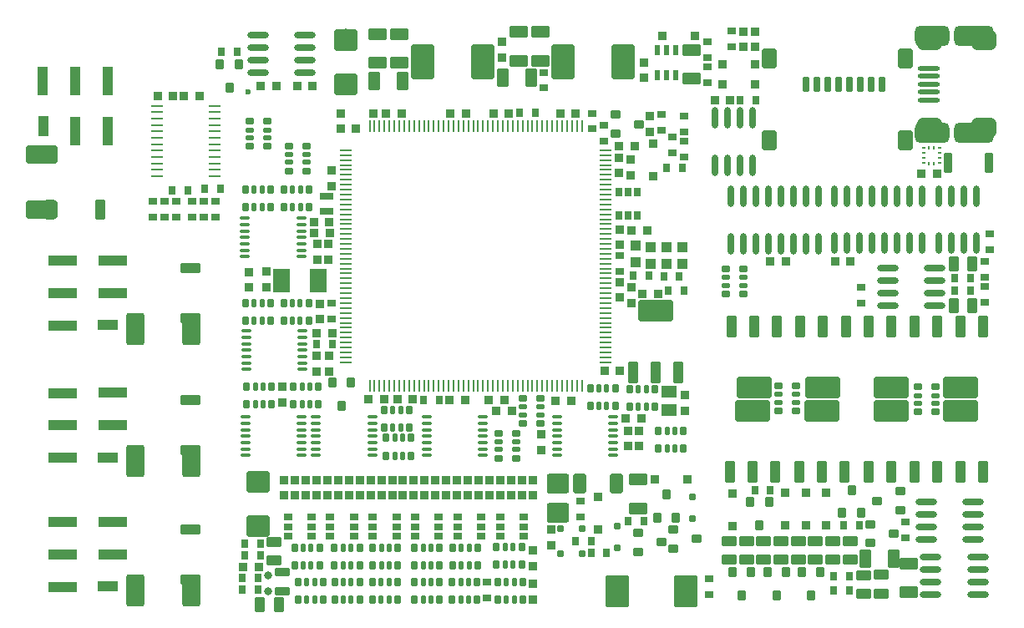
<source format=gtp>
G75*
G70*
%OFA0B0*%
%FSLAX25Y25*%
%IPPOS*%
%LPD*%
%AMOC8*
5,1,8,0,0,1.08239X$1,22.5*
%
%AMM1*
21,1,0.041340,0.070470,0.000000,0.000000,90.000000*
21,1,0.033070,0.078740,0.000000,0.000000,90.000000*
1,1,0.008270,0.035240,0.016540*
1,1,0.008270,0.035240,-0.016540*
1,1,0.008270,-0.035240,-0.016540*
1,1,0.008270,-0.035240,0.016540*
%
%AMM10*
21,1,0.125980,0.056690,0.000000,0.000000,180.000000*
21,1,0.111810,0.070870,0.000000,0.000000,180.000000*
1,1,0.014170,-0.055910,0.028350*
1,1,0.014170,0.055910,0.028350*
1,1,0.014170,0.055910,-0.028350*
1,1,0.014170,-0.055910,-0.028350*
%
%AMM101*
21,1,0.094490,0.111020,0.000000,0.000000,180.000000*
21,1,0.075590,0.129920,0.000000,0.000000,180.000000*
1,1,0.018900,-0.037800,0.055510*
1,1,0.018900,0.037800,0.055510*
1,1,0.018900,0.037800,-0.055510*
1,1,0.018900,-0.037800,-0.055510*
%
%AMM102*
21,1,0.023620,0.018900,0.000000,0.000000,270.000000*
21,1,0.018900,0.023620,0.000000,0.000000,270.000000*
1,1,0.004720,-0.009450,-0.009450*
1,1,0.004720,-0.009450,0.009450*
1,1,0.004720,0.009450,0.009450*
1,1,0.004720,0.009450,-0.009450*
%
%AMM103*
21,1,0.035830,0.026770,0.000000,0.000000,0.000000*
21,1,0.029130,0.033470,0.000000,0.000000,0.000000*
1,1,0.006690,0.014570,-0.013390*
1,1,0.006690,-0.014570,-0.013390*
1,1,0.006690,-0.014570,0.013390*
1,1,0.006690,0.014570,0.013390*
%
%AMM104*
21,1,0.023620,0.018900,0.000000,0.000000,180.000000*
21,1,0.018900,0.023620,0.000000,0.000000,180.000000*
1,1,0.004720,-0.009450,0.009450*
1,1,0.004720,0.009450,0.009450*
1,1,0.004720,0.009450,-0.009450*
1,1,0.004720,-0.009450,-0.009450*
%
%AMM105*
21,1,0.035430,0.030320,0.000000,0.000000,0.000000*
21,1,0.028350,0.037400,0.000000,0.000000,0.000000*
1,1,0.007090,0.014170,-0.015160*
1,1,0.007090,-0.014170,-0.015160*
1,1,0.007090,-0.014170,0.015160*
1,1,0.007090,0.014170,0.015160*
%
%AMM106*
21,1,0.078740,0.070870,0.000000,0.000000,270.000000*
21,1,0.062990,0.086610,0.000000,0.000000,270.000000*
1,1,0.015750,-0.035430,-0.031500*
1,1,0.015750,-0.035430,0.031500*
1,1,0.015750,0.035430,0.031500*
1,1,0.015750,0.035430,-0.031500*
%
%AMM107*
21,1,0.051180,0.068500,0.000000,0.000000,180.000000*
21,1,0.040950,0.078740,0.000000,0.000000,180.000000*
1,1,0.010240,-0.020470,0.034250*
1,1,0.010240,0.020470,0.034250*
1,1,0.010240,0.020470,-0.034250*
1,1,0.010240,-0.020470,-0.034250*
%
%AMM108*
21,1,0.033470,0.026770,0.000000,0.000000,90.000000*
21,1,0.026770,0.033470,0.000000,0.000000,90.000000*
1,1,0.006690,0.013390,0.013390*
1,1,0.006690,0.013390,-0.013390*
1,1,0.006690,-0.013390,-0.013390*
1,1,0.006690,-0.013390,0.013390*
%
%AMM109*
21,1,0.035830,0.026770,0.000000,0.000000,90.000000*
21,1,0.029130,0.033470,0.000000,0.000000,90.000000*
1,1,0.006690,0.013390,0.014570*
1,1,0.006690,0.013390,-0.014570*
1,1,0.006690,-0.013390,-0.014570*
1,1,0.006690,-0.013390,0.014570*
%
%AMM110*
21,1,0.070870,0.036220,0.000000,0.000000,180.000000*
21,1,0.061810,0.045280,0.000000,0.000000,180.000000*
1,1,0.009060,-0.030910,0.018110*
1,1,0.009060,0.030910,0.018110*
1,1,0.009060,0.030910,-0.018110*
1,1,0.009060,-0.030910,-0.018110*
%
%AMM121*
21,1,0.070870,0.036220,0.000000,0.000000,90.000000*
21,1,0.061810,0.045280,0.000000,0.000000,90.000000*
1,1,0.009060,0.018110,0.030910*
1,1,0.009060,0.018110,-0.030910*
1,1,0.009060,-0.018110,-0.030910*
1,1,0.009060,-0.018110,0.030910*
%
%AMM122*
21,1,0.086610,0.073230,0.000000,0.000000,90.000000*
21,1,0.069290,0.090550,0.000000,0.000000,90.000000*
1,1,0.017320,0.036610,0.034650*
1,1,0.017320,0.036610,-0.034650*
1,1,0.017320,-0.036610,-0.034650*
1,1,0.017320,-0.036610,0.034650*
%
%AMM123*
21,1,0.021650,0.038980,0.000000,0.000000,0.000000*
21,1,0.017320,0.043310,0.000000,0.000000,0.000000*
1,1,0.004330,0.008660,-0.019490*
1,1,0.004330,-0.008660,-0.019490*
1,1,0.004330,-0.008660,0.019490*
1,1,0.004330,0.008660,0.019490*
%
%AMM124*
21,1,0.092520,0.119290,0.000000,0.000000,180.000000*
21,1,0.074020,0.137800,0.000000,0.000000,180.000000*
1,1,0.018500,-0.037010,0.059650*
1,1,0.018500,0.037010,0.059650*
1,1,0.018500,0.037010,-0.059650*
1,1,0.018500,-0.037010,-0.059650*
%
%AMM129*
21,1,0.078740,0.045670,0.000000,0.000000,270.000000*
21,1,0.067320,0.057090,0.000000,0.000000,270.000000*
1,1,0.011420,-0.022840,-0.033660*
1,1,0.011420,-0.022840,0.033660*
1,1,0.011420,0.022840,0.033660*
1,1,0.011420,0.022840,-0.033660*
%
%AMM130*
21,1,0.059060,0.020470,0.000000,0.000000,270.000000*
21,1,0.053940,0.025590,0.000000,0.000000,270.000000*
1,1,0.005120,-0.010240,-0.026970*
1,1,0.005120,-0.010240,0.026970*
1,1,0.005120,0.010240,0.026970*
1,1,0.005120,0.010240,-0.026970*
%
%AMM133*
21,1,0.070870,0.036220,0.000000,0.000000,270.000000*
21,1,0.061810,0.045280,0.000000,0.000000,270.000000*
1,1,0.009060,-0.018110,-0.030910*
1,1,0.009060,-0.018110,0.030910*
1,1,0.009060,0.018110,0.030910*
1,1,0.009060,0.018110,-0.030910*
%
%AMM134*
21,1,0.035430,0.030320,0.000000,0.000000,90.000000*
21,1,0.028350,0.037400,0.000000,0.000000,90.000000*
1,1,0.007090,0.015160,0.014170*
1,1,0.007090,0.015160,-0.014170*
1,1,0.007090,-0.015160,-0.014170*
1,1,0.007090,-0.015160,0.014170*
%
%AMM135*
21,1,0.043310,0.075980,0.000000,0.000000,180.000000*
21,1,0.034650,0.084650,0.000000,0.000000,180.000000*
1,1,0.008660,-0.017320,0.037990*
1,1,0.008660,0.017320,0.037990*
1,1,0.008660,0.017320,-0.037990*
1,1,0.008660,-0.017320,-0.037990*
%
%AMM136*
21,1,0.043310,0.075990,0.000000,0.000000,180.000000*
21,1,0.034650,0.084650,0.000000,0.000000,180.000000*
1,1,0.008660,-0.017320,0.037990*
1,1,0.008660,0.017320,0.037990*
1,1,0.008660,0.017320,-0.037990*
1,1,0.008660,-0.017320,-0.037990*
%
%AMM137*
21,1,0.137800,0.067720,0.000000,0.000000,180.000000*
21,1,0.120870,0.084650,0.000000,0.000000,180.000000*
1,1,0.016930,-0.060430,0.033860*
1,1,0.016930,0.060430,0.033860*
1,1,0.016930,0.060430,-0.033860*
1,1,0.016930,-0.060430,-0.033860*
%
%AMM138*
21,1,0.039370,0.049210,0.000000,0.000000,0.000000*
21,1,0.031500,0.057090,0.000000,0.000000,0.000000*
1,1,0.007870,0.015750,-0.024610*
1,1,0.007870,-0.015750,-0.024610*
1,1,0.007870,-0.015750,0.024610*
1,1,0.007870,0.015750,0.024610*
%
%AMM145*
21,1,0.033470,0.026770,0.000000,0.000000,0.000000*
21,1,0.026770,0.033470,0.000000,0.000000,0.000000*
1,1,0.006690,0.013390,-0.013390*
1,1,0.006690,-0.013390,-0.013390*
1,1,0.006690,-0.013390,0.013390*
1,1,0.006690,0.013390,0.013390*
%
%AMM2*
21,1,0.041340,0.070470,0.000000,0.000000,0.000000*
21,1,0.033070,0.078740,0.000000,0.000000,0.000000*
1,1,0.008270,0.016540,-0.035240*
1,1,0.008270,-0.016540,-0.035240*
1,1,0.008270,-0.016540,0.035240*
1,1,0.008270,0.016540,0.035240*
%
%AMM3*
21,1,0.080710,0.097440,0.000000,0.000000,270.000000*
21,1,0.040350,0.137800,0.000000,0.000000,270.000000*
1,1,0.040350,-0.048720,-0.020180*
1,1,0.040350,-0.048720,0.020180*
1,1,0.040350,0.048720,0.020180*
1,1,0.040350,0.048720,-0.020180*
%
%AMM4*
21,1,0.080710,0.117130,0.000000,0.000000,270.000000*
21,1,0.040350,0.157480,0.000000,0.000000,270.000000*
1,1,0.040350,-0.058560,-0.020180*
1,1,0.040350,-0.058560,0.020180*
1,1,0.040350,0.058560,0.020180*
1,1,0.040350,0.058560,-0.020180*
%
%AMM5*
21,1,0.078740,0.059060,0.000000,0.000000,90.000000*
21,1,0.039370,0.098430,0.000000,0.000000,90.000000*
1,1,0.039370,0.029530,0.019680*
1,1,0.039370,0.029530,-0.019680*
1,1,0.039370,-0.029530,-0.019680*
1,1,0.039370,-0.029530,0.019680*
%
%AMM55*
21,1,0.043310,0.075980,0.000000,0.000000,0.000000*
21,1,0.034650,0.084650,0.000000,0.000000,0.000000*
1,1,0.008660,0.017320,-0.037990*
1,1,0.008660,-0.017320,-0.037990*
1,1,0.008660,-0.017320,0.037990*
1,1,0.008660,0.017320,0.037990*
%
%AMM56*
21,1,0.043310,0.075990,0.000000,0.000000,0.000000*
21,1,0.034650,0.084650,0.000000,0.000000,0.000000*
1,1,0.008660,0.017320,-0.037990*
1,1,0.008660,-0.017320,-0.037990*
1,1,0.008660,-0.017320,0.037990*
1,1,0.008660,0.017320,0.037990*
%
%AMM57*
21,1,0.137800,0.067720,0.000000,0.000000,0.000000*
21,1,0.120870,0.084650,0.000000,0.000000,0.000000*
1,1,0.016930,0.060430,-0.033860*
1,1,0.016930,-0.060430,-0.033860*
1,1,0.016930,-0.060430,0.033860*
1,1,0.016930,0.060430,0.033860*
%
%AMM58*
21,1,0.025590,0.026380,0.000000,0.000000,90.000000*
21,1,0.020470,0.031500,0.000000,0.000000,90.000000*
1,1,0.005120,0.013190,0.010240*
1,1,0.005120,0.013190,-0.010240*
1,1,0.005120,-0.013190,-0.010240*
1,1,0.005120,-0.013190,0.010240*
%
%AMM59*
21,1,0.017720,0.027950,0.000000,0.000000,90.000000*
21,1,0.014170,0.031500,0.000000,0.000000,90.000000*
1,1,0.003540,0.013980,0.007090*
1,1,0.003540,0.013980,-0.007090*
1,1,0.003540,-0.013980,-0.007090*
1,1,0.003540,-0.013980,0.007090*
%
%AMM6*
21,1,0.033470,0.026770,0.000000,0.000000,180.000000*
21,1,0.026770,0.033470,0.000000,0.000000,180.000000*
1,1,0.006690,-0.013390,0.013390*
1,1,0.006690,0.013390,0.013390*
1,1,0.006690,0.013390,-0.013390*
1,1,0.006690,-0.013390,-0.013390*
%
%AMM60*
21,1,0.033470,0.026770,0.000000,0.000000,270.000000*
21,1,0.026770,0.033470,0.000000,0.000000,270.000000*
1,1,0.006690,-0.013390,-0.013390*
1,1,0.006690,-0.013390,0.013390*
1,1,0.006690,0.013390,0.013390*
1,1,0.006690,0.013390,-0.013390*
%
%AMM61*
21,1,0.039370,0.035430,0.000000,0.000000,270.000000*
21,1,0.031500,0.043310,0.000000,0.000000,270.000000*
1,1,0.007870,-0.017720,-0.015750*
1,1,0.007870,-0.017720,0.015750*
1,1,0.007870,0.017720,0.015750*
1,1,0.007870,0.017720,-0.015750*
%
%AMM62*
21,1,0.027560,0.030710,0.000000,0.000000,180.000000*
21,1,0.022050,0.036220,0.000000,0.000000,180.000000*
1,1,0.005510,-0.011020,0.015350*
1,1,0.005510,0.011020,0.015350*
1,1,0.005510,0.011020,-0.015350*
1,1,0.005510,-0.011020,-0.015350*
%
%AMM63*
21,1,0.027560,0.030710,0.000000,0.000000,90.000000*
21,1,0.022050,0.036220,0.000000,0.000000,90.000000*
1,1,0.005510,0.015350,0.011020*
1,1,0.005510,0.015350,-0.011020*
1,1,0.005510,-0.015350,-0.011020*
1,1,0.005510,-0.015350,0.011020*
%
%AMM64*
21,1,0.035430,0.030320,0.000000,0.000000,270.000000*
21,1,0.028350,0.037400,0.000000,0.000000,270.000000*
1,1,0.007090,-0.015160,-0.014170*
1,1,0.007090,-0.015160,0.014170*
1,1,0.007090,0.015160,0.014170*
1,1,0.007090,0.015160,-0.014170*
%
%AMM65*
21,1,0.023620,0.030710,0.000000,0.000000,180.000000*
21,1,0.018900,0.035430,0.000000,0.000000,180.000000*
1,1,0.004720,-0.009450,0.015350*
1,1,0.004720,0.009450,0.015350*
1,1,0.004720,0.009450,-0.015350*
1,1,0.004720,-0.009450,-0.015350*
%
%AMM66*
21,1,0.025590,0.026380,0.000000,0.000000,0.000000*
21,1,0.020470,0.031500,0.000000,0.000000,0.000000*
1,1,0.005120,0.010240,-0.013190*
1,1,0.005120,-0.010240,-0.013190*
1,1,0.005120,-0.010240,0.013190*
1,1,0.005120,0.010240,0.013190*
%
%AMM67*
21,1,0.017720,0.027950,0.000000,0.000000,0.000000*
21,1,0.014170,0.031500,0.000000,0.000000,0.000000*
1,1,0.003540,0.007090,-0.013980*
1,1,0.003540,-0.007090,-0.013980*
1,1,0.003540,-0.007090,0.013980*
1,1,0.003540,0.007090,0.013980*
%
%AMM68*
21,1,0.035830,0.026770,0.000000,0.000000,270.000000*
21,1,0.029130,0.033470,0.000000,0.000000,270.000000*
1,1,0.006690,-0.013390,-0.014570*
1,1,0.006690,-0.013390,0.014570*
1,1,0.006690,0.013390,0.014570*
1,1,0.006690,0.013390,-0.014570*
%
%AMM69*
21,1,0.035430,0.030320,0.000000,0.000000,180.000000*
21,1,0.028350,0.037400,0.000000,0.000000,180.000000*
1,1,0.007090,-0.014170,0.015160*
1,1,0.007090,0.014170,0.015160*
1,1,0.007090,0.014170,-0.015160*
1,1,0.007090,-0.014170,-0.015160*
%
%AMM7*
21,1,0.125980,0.056690,0.000000,0.000000,270.000000*
21,1,0.111810,0.070870,0.000000,0.000000,270.000000*
1,1,0.014170,-0.028350,-0.055910*
1,1,0.014170,-0.028350,0.055910*
1,1,0.014170,0.028350,0.055910*
1,1,0.014170,0.028350,-0.055910*
%
%AMM70*
21,1,0.027560,0.049610,0.000000,0.000000,270.000000*
21,1,0.022050,0.055120,0.000000,0.000000,270.000000*
1,1,0.005510,-0.024800,-0.011020*
1,1,0.005510,-0.024800,0.011020*
1,1,0.005510,0.024800,0.011020*
1,1,0.005510,0.024800,-0.011020*
%
%AMM71*
21,1,0.035830,0.026770,0.000000,0.000000,180.000000*
21,1,0.029130,0.033470,0.000000,0.000000,180.000000*
1,1,0.006690,-0.014570,0.013390*
1,1,0.006690,0.014570,0.013390*
1,1,0.006690,0.014570,-0.013390*
1,1,0.006690,-0.014570,-0.013390*
%
%AMM8*
21,1,0.031500,0.072440,0.000000,0.000000,180.000000*
21,1,0.025200,0.078740,0.000000,0.000000,180.000000*
1,1,0.006300,-0.012600,0.036220*
1,1,0.006300,0.012600,0.036220*
1,1,0.006300,0.012600,-0.036220*
1,1,0.006300,-0.012600,-0.036220*
%
%AMM89*
21,1,0.035430,0.050000,0.000000,0.000000,270.000000*
21,1,0.028350,0.057090,0.000000,0.000000,270.000000*
1,1,0.007090,-0.025000,-0.014170*
1,1,0.007090,-0.025000,0.014170*
1,1,0.007090,0.025000,0.014170*
1,1,0.007090,0.025000,-0.014170*
%
%AMM9*
21,1,0.027560,0.030710,0.000000,0.000000,270.000000*
21,1,0.022050,0.036220,0.000000,0.000000,270.000000*
1,1,0.005510,-0.015350,-0.011020*
1,1,0.005510,-0.015350,0.011020*
1,1,0.005510,0.015350,0.011020*
1,1,0.005510,0.015350,-0.011020*
%
%AMM90*
21,1,0.086610,0.073230,0.000000,0.000000,270.000000*
21,1,0.069290,0.090550,0.000000,0.000000,270.000000*
1,1,0.017320,-0.036610,-0.034650*
1,1,0.017320,-0.036610,0.034650*
1,1,0.017320,0.036610,0.034650*
1,1,0.017320,0.036610,-0.034650*
%
%AMM91*
21,1,0.039370,0.049210,0.000000,0.000000,180.000000*
21,1,0.031500,0.057090,0.000000,0.000000,180.000000*
1,1,0.007870,-0.015750,0.024610*
1,1,0.007870,0.015750,0.024610*
1,1,0.007870,0.015750,-0.024610*
1,1,0.007870,-0.015750,-0.024610*
%
%AMM92*
21,1,0.023620,0.030710,0.000000,0.000000,90.000000*
21,1,0.018900,0.035430,0.000000,0.000000,90.000000*
1,1,0.004720,0.015350,0.009450*
1,1,0.004720,0.015350,-0.009450*
1,1,0.004720,-0.015350,-0.009450*
1,1,0.004720,-0.015350,0.009450*
%
%AMM93*
21,1,0.027560,0.030710,0.000000,0.000000,0.000000*
21,1,0.022050,0.036220,0.000000,0.000000,0.000000*
1,1,0.005510,0.011020,-0.015350*
1,1,0.005510,-0.011020,-0.015350*
1,1,0.005510,-0.011020,0.015350*
1,1,0.005510,0.011020,0.015350*
%
%AMM94*
21,1,0.039370,0.049210,0.000000,0.000000,90.000000*
21,1,0.031500,0.057090,0.000000,0.000000,90.000000*
1,1,0.007870,0.024610,0.015750*
1,1,0.007870,0.024610,-0.015750*
1,1,0.007870,-0.024610,-0.015750*
1,1,0.007870,-0.024610,0.015750*
%
%ADD11O,0.05118X0.00866*%
%ADD110R,0.03937X0.11811*%
%ADD117R,0.05906X0.05118*%
%ADD118M67*%
%ADD127M107*%
%ADD129C,0.02362*%
%ADD136M1*%
%ADD137M70*%
%ADD140M56*%
%ADD15M61*%
%ADD160M93*%
%ADD164M71*%
%ADD166M68*%
%ADD167M58*%
%ADD168M137*%
%ADD17M55*%
%ADD171M130*%
%ADD174M104*%
%ADD175M90*%
%ADD178M102*%
%ADD18R,0.01378X0.00984*%
%ADD181M63*%
%ADD184M9*%
%ADD185O,0.08661X0.02362*%
%ADD189M106*%
%ADD19M94*%
%ADD191O,0.02362X0.08661*%
%ADD192M122*%
%ADD193M65*%
%ADD194M110*%
%ADD196M64*%
%ADD201O,0.01968X0.03937*%
%ADD214M7*%
%ADD220M121*%
%ADD223M8*%
%ADD23M133*%
%ADD235R,0.06693X0.09449*%
%ADD242O,0.04961X0.00984*%
%ADD244C,0.03150*%
%ADD245M6*%
%ADD249M103*%
%ADD258M59*%
%ADD260M145*%
%ADD262M91*%
%ADD265M62*%
%ADD267R,0.07874X0.03937*%
%ADD270M135*%
%ADD276M134*%
%ADD277M136*%
%ADD278M66*%
%ADD279M109*%
%ADD28M123*%
%ADD281R,0.11811X0.03937*%
%ADD29M89*%
%ADD292O,0.00866X0.05118*%
%ADD294M10*%
%ADD30M108*%
%ADD302M57*%
%ADD32M5*%
%ADD36R,0.03937X0.07874*%
%ADD39R,0.00984X0.01378*%
%ADD40M69*%
%ADD42O,0.04331X0.01181*%
%ADD51M105*%
%ADD60M101*%
%ADD61M124*%
%ADD63M60*%
%ADD66M3*%
%ADD72M129*%
%ADD76M4*%
%ADD79O,0.08858X0.01968*%
%ADD87M138*%
%ADD94M2*%
%ADD99M92*%
X0000000Y0000000D02*
G01*
G75*
D136*
X0069685Y0115905D02*
D03*
X0069685Y0095906D02*
D03*
X0069685Y0167480D02*
D03*
X0069685Y0147480D02*
D03*
X0069685Y0220236D02*
D03*
X0069685Y0200236D02*
D03*
D281*
X0018602Y0093012D02*
D03*
X0018602Y0105905D02*
D03*
X0018602Y0118799D02*
D03*
X0038484Y0106004D02*
D03*
X0038484Y0118898D02*
D03*
X0018602Y0144587D02*
D03*
X0018602Y0157480D02*
D03*
X0018602Y0170374D02*
D03*
X0038484Y0157579D02*
D03*
X0038484Y0170472D02*
D03*
X0018602Y0197343D02*
D03*
X0018602Y0210236D02*
D03*
X0018602Y0223130D02*
D03*
X0038484Y0210335D02*
D03*
X0038484Y0223228D02*
D03*
D267*
X0036515Y0093110D02*
D03*
X0036515Y0144685D02*
D03*
X0036515Y0197441D02*
D03*
D94*
X0033622Y0243701D02*
D03*
X0013622Y0243701D02*
D03*
D110*
X0010728Y0294783D02*
D03*
X0023622Y0294783D02*
D03*
X0036516Y0294783D02*
D03*
X0023720Y0274902D02*
D03*
X0036614Y0274902D02*
D03*
D36*
X0010827Y0276870D02*
D03*
D66*
X0365547Y0313091D02*
D03*
X0365547Y0274311D02*
D03*
D76*
X0382279Y0313091D02*
D03*
X0382279Y0274311D02*
D03*
D32*
X0364642Y0276181D02*
D03*
X0386098Y0276181D02*
D03*
X0386098Y0311221D02*
D03*
X0364642Y0311221D02*
D03*
D79*
X0364268Y0293701D02*
D03*
X0364268Y0290551D02*
D03*
X0364268Y0287402D02*
D03*
X0364268Y0296850D02*
D03*
X0364268Y0300000D02*
D03*
D18*
X0362205Y0266142D02*
D03*
X0362205Y0264173D02*
D03*
X0362205Y0268110D02*
D03*
X0362205Y0262205D02*
D03*
X0368504Y0268110D02*
D03*
X0368504Y0266142D02*
D03*
X0368504Y0264173D02*
D03*
X0368504Y0262205D02*
D03*
D39*
X0364370Y0268307D02*
D03*
X0366339Y0268307D02*
D03*
X0366339Y0262008D02*
D03*
X0364370Y0262008D02*
D03*
D245*
X0367480Y0257776D02*
D03*
X0361260Y0257776D02*
D03*
D214*
X0069784Y0091732D02*
D03*
X0047736Y0091732D02*
D03*
X0047736Y0196063D02*
D03*
X0069784Y0196063D02*
D03*
X0047736Y0143307D02*
D03*
X0069784Y0143307D02*
D03*
D223*
X0388387Y0262319D02*
D03*
X0371851Y0262319D02*
D03*
D184*
X0276673Y0096260D02*
D03*
X0276673Y0089961D02*
D03*
D294*
X0010236Y0243602D02*
D03*
X0010236Y0265650D02*
D03*
X0087382Y0140157D02*
G01*
G75*
D17*
X0246240Y0178740D02*
D03*
X0264351Y0178740D02*
D03*
D140*
X0255295Y0178740D02*
D03*
D302*
X0255295Y0203149D02*
D03*
D167*
X0100276Y0278838D02*
D03*
X0093189Y0278838D02*
D03*
X0093189Y0268799D02*
D03*
X0100276Y0268799D02*
D03*
X0115886Y0269074D02*
D03*
X0108799Y0269074D02*
D03*
X0108799Y0259034D02*
D03*
X0115886Y0259034D02*
D03*
X0192599Y0154429D02*
D03*
X0199685Y0154429D02*
D03*
X0199685Y0144389D02*
D03*
X0192599Y0144389D02*
D03*
X0202244Y0168307D02*
D03*
X0209331Y0168307D02*
D03*
X0209331Y0158267D02*
D03*
X0202244Y0158267D02*
D03*
D258*
X0093189Y0272244D02*
D03*
X0093189Y0275393D02*
D03*
X0100276Y0275393D02*
D03*
X0100276Y0272244D02*
D03*
X0108799Y0262479D02*
D03*
X0108799Y0265629D02*
D03*
X0115886Y0265629D02*
D03*
X0115886Y0262479D02*
D03*
X0192599Y0150984D02*
D03*
X0192599Y0147834D02*
D03*
X0199685Y0147834D02*
D03*
X0199685Y0150984D02*
D03*
X0202244Y0164862D02*
D03*
X0202244Y0161712D02*
D03*
X0209331Y0161712D02*
D03*
X0209331Y0164862D02*
D03*
D42*
X0215925Y0160826D02*
D03*
X0215925Y0158267D02*
D03*
X0215925Y0155708D02*
D03*
X0215925Y0153149D02*
D03*
X0215925Y0150590D02*
D03*
X0215925Y0148031D02*
D03*
X0215925Y0145472D02*
D03*
X0238366Y0160826D02*
D03*
X0238366Y0158267D02*
D03*
X0238366Y0155708D02*
D03*
X0238366Y0153149D02*
D03*
X0238366Y0150590D02*
D03*
X0238366Y0148031D02*
D03*
X0238366Y0145472D02*
D03*
X0091909Y0195177D02*
D03*
X0091909Y0192618D02*
D03*
X0091909Y0190059D02*
D03*
X0091909Y0187500D02*
D03*
X0091909Y0184940D02*
D03*
X0091909Y0182381D02*
D03*
X0091909Y0179822D02*
D03*
X0114351Y0195177D02*
D03*
X0114351Y0192618D02*
D03*
X0114351Y0190059D02*
D03*
X0114351Y0187500D02*
D03*
X0114351Y0184940D02*
D03*
X0114351Y0182381D02*
D03*
X0114351Y0179822D02*
D03*
X0091417Y0240157D02*
D03*
X0091417Y0237598D02*
D03*
X0091417Y0235039D02*
D03*
X0091417Y0232480D02*
D03*
X0091417Y0229921D02*
D03*
X0091417Y0227362D02*
D03*
X0091417Y0224803D02*
D03*
X0113858Y0240157D02*
D03*
X0113858Y0237598D02*
D03*
X0113858Y0235039D02*
D03*
X0113858Y0232480D02*
D03*
X0113858Y0229921D02*
D03*
X0113858Y0227362D02*
D03*
X0113858Y0224803D02*
D03*
X0142106Y0145472D02*
D03*
X0142106Y0148031D02*
D03*
X0142106Y0150590D02*
D03*
X0142106Y0153149D02*
D03*
X0142106Y0155708D02*
D03*
X0142106Y0158267D02*
D03*
X0142106Y0160826D02*
D03*
X0119666Y0145472D02*
D03*
X0119666Y0148031D02*
D03*
X0119666Y0150590D02*
D03*
X0119666Y0153149D02*
D03*
X0119666Y0155708D02*
D03*
X0119666Y0158267D02*
D03*
X0119666Y0160826D02*
D03*
X0186398Y0145472D02*
D03*
X0186398Y0148031D02*
D03*
X0186398Y0150590D02*
D03*
X0186398Y0153149D02*
D03*
X0186398Y0155708D02*
D03*
X0186398Y0158267D02*
D03*
X0186398Y0160826D02*
D03*
X0163957Y0145472D02*
D03*
X0163957Y0148031D02*
D03*
X0163957Y0150590D02*
D03*
X0163957Y0153149D02*
D03*
X0163957Y0155708D02*
D03*
X0163957Y0158267D02*
D03*
X0163957Y0160826D02*
D03*
X0091614Y0160826D02*
D03*
X0091614Y0158267D02*
D03*
X0091614Y0155708D02*
D03*
X0091614Y0153149D02*
D03*
X0091614Y0150590D02*
D03*
X0091614Y0148031D02*
D03*
X0091614Y0145472D02*
D03*
X0114055Y0160826D02*
D03*
X0114055Y0158267D02*
D03*
X0114055Y0155708D02*
D03*
X0114055Y0153149D02*
D03*
X0114055Y0150590D02*
D03*
X0114055Y0148031D02*
D03*
X0114055Y0145472D02*
D03*
D11*
X0131673Y0267322D02*
D03*
X0131673Y0265354D02*
D03*
X0131673Y0263385D02*
D03*
X0131673Y0261417D02*
D03*
X0131673Y0259448D02*
D03*
X0131673Y0257480D02*
D03*
X0131673Y0255511D02*
D03*
X0131673Y0253543D02*
D03*
X0131673Y0251574D02*
D03*
X0131673Y0249606D02*
D03*
X0131673Y0247637D02*
D03*
X0131673Y0245669D02*
D03*
X0131673Y0243700D02*
D03*
X0131673Y0241732D02*
D03*
X0131673Y0239763D02*
D03*
X0131673Y0237795D02*
D03*
X0131673Y0235826D02*
D03*
X0131673Y0233858D02*
D03*
X0131673Y0231889D02*
D03*
X0131673Y0229921D02*
D03*
X0131673Y0227952D02*
D03*
X0131673Y0225984D02*
D03*
X0131673Y0224015D02*
D03*
X0131673Y0222047D02*
D03*
X0131673Y0220078D02*
D03*
X0131673Y0218110D02*
D03*
X0131673Y0216141D02*
D03*
X0131673Y0214173D02*
D03*
X0131673Y0212204D02*
D03*
X0131673Y0210236D02*
D03*
X0131673Y0208267D02*
D03*
X0131673Y0206299D02*
D03*
X0131673Y0204330D02*
D03*
X0131673Y0202362D02*
D03*
X0131673Y0200393D02*
D03*
X0131673Y0198425D02*
D03*
X0131673Y0196456D02*
D03*
X0131673Y0194488D02*
D03*
X0131673Y0192519D02*
D03*
X0131673Y0190551D02*
D03*
X0131673Y0188582D02*
D03*
X0131673Y0186614D02*
D03*
X0131673Y0184645D02*
D03*
X0131673Y0182677D02*
D03*
X0235217Y0182677D02*
D03*
X0235217Y0184645D02*
D03*
X0235217Y0186614D02*
D03*
X0235217Y0188582D02*
D03*
X0235217Y0190551D02*
D03*
X0235217Y0192519D02*
D03*
X0235217Y0194488D02*
D03*
X0235217Y0196456D02*
D03*
X0235217Y0198425D02*
D03*
X0235217Y0200393D02*
D03*
X0235217Y0202362D02*
D03*
X0235217Y0204330D02*
D03*
X0235217Y0206299D02*
D03*
X0235217Y0208267D02*
D03*
X0235217Y0210236D02*
D03*
X0235217Y0212204D02*
D03*
X0235217Y0214173D02*
D03*
X0235217Y0216141D02*
D03*
X0235217Y0218110D02*
D03*
X0235217Y0220078D02*
D03*
X0235217Y0222047D02*
D03*
X0235217Y0224015D02*
D03*
X0235217Y0225984D02*
D03*
X0235217Y0227952D02*
D03*
X0235217Y0229921D02*
D03*
X0235217Y0231889D02*
D03*
X0235217Y0233858D02*
D03*
X0235217Y0235826D02*
D03*
X0235217Y0237795D02*
D03*
X0235217Y0239763D02*
D03*
X0235217Y0241732D02*
D03*
X0235217Y0243700D02*
D03*
X0235217Y0245669D02*
D03*
X0235217Y0247637D02*
D03*
X0235217Y0249606D02*
D03*
X0235217Y0251574D02*
D03*
X0235217Y0253543D02*
D03*
X0235217Y0255511D02*
D03*
X0235217Y0257480D02*
D03*
X0235217Y0259448D02*
D03*
X0235217Y0261417D02*
D03*
X0235217Y0263385D02*
D03*
X0235217Y0265354D02*
D03*
X0235217Y0267322D02*
D03*
D292*
X0141122Y0173228D02*
D03*
X0143091Y0173228D02*
D03*
X0145059Y0173228D02*
D03*
X0147028Y0173228D02*
D03*
X0148996Y0173228D02*
D03*
X0150965Y0173228D02*
D03*
X0152933Y0173228D02*
D03*
X0154902Y0173228D02*
D03*
X0156870Y0173228D02*
D03*
X0158839Y0173228D02*
D03*
X0160807Y0173228D02*
D03*
X0162776Y0173228D02*
D03*
X0164744Y0173228D02*
D03*
X0166713Y0173228D02*
D03*
X0168681Y0173228D02*
D03*
X0170650Y0173228D02*
D03*
X0172618Y0173228D02*
D03*
X0174587Y0173228D02*
D03*
X0176555Y0173228D02*
D03*
X0178524Y0173228D02*
D03*
X0180492Y0173228D02*
D03*
X0182461Y0173228D02*
D03*
X0184429Y0173228D02*
D03*
X0186398Y0173228D02*
D03*
X0188366Y0173228D02*
D03*
X0190335Y0173228D02*
D03*
X0192303Y0173228D02*
D03*
X0194272Y0173228D02*
D03*
X0196240Y0173228D02*
D03*
X0198209Y0173228D02*
D03*
X0200177Y0173228D02*
D03*
X0202146Y0173228D02*
D03*
X0204114Y0173228D02*
D03*
X0206083Y0173228D02*
D03*
X0208051Y0173228D02*
D03*
X0210020Y0173228D02*
D03*
X0211988Y0173228D02*
D03*
X0213957Y0173228D02*
D03*
X0215925Y0173228D02*
D03*
X0217894Y0173228D02*
D03*
X0219862Y0173228D02*
D03*
X0221831Y0173228D02*
D03*
X0223799Y0173228D02*
D03*
X0225768Y0173228D02*
D03*
X0225768Y0276771D02*
D03*
X0223799Y0276771D02*
D03*
X0221831Y0276771D02*
D03*
X0219862Y0276771D02*
D03*
X0217894Y0276771D02*
D03*
X0215925Y0276771D02*
D03*
X0213957Y0276771D02*
D03*
X0211988Y0276771D02*
D03*
X0210020Y0276771D02*
D03*
X0208051Y0276771D02*
D03*
X0206083Y0276771D02*
D03*
X0204114Y0276771D02*
D03*
X0202146Y0276771D02*
D03*
X0200177Y0276771D02*
D03*
X0198209Y0276771D02*
D03*
X0196240Y0276771D02*
D03*
X0194272Y0276771D02*
D03*
X0192303Y0276771D02*
D03*
X0190335Y0276771D02*
D03*
X0188366Y0276771D02*
D03*
X0186398Y0276771D02*
D03*
X0184429Y0276771D02*
D03*
X0182461Y0276771D02*
D03*
X0180492Y0276771D02*
D03*
X0178524Y0276771D02*
D03*
X0176555Y0276771D02*
D03*
X0174587Y0276771D02*
D03*
X0172618Y0276771D02*
D03*
X0170650Y0276771D02*
D03*
X0168681Y0276771D02*
D03*
X0166713Y0276771D02*
D03*
X0164744Y0276771D02*
D03*
X0162776Y0276771D02*
D03*
X0160807Y0276771D02*
D03*
X0158839Y0276771D02*
D03*
X0156870Y0276771D02*
D03*
X0154902Y0276771D02*
D03*
X0152933Y0276771D02*
D03*
X0150965Y0276771D02*
D03*
X0148996Y0276771D02*
D03*
X0147028Y0276771D02*
D03*
X0145059Y0276771D02*
D03*
X0143091Y0276771D02*
D03*
X0141122Y0276771D02*
D03*
D245*
X0243327Y0160236D02*
D03*
X0249547Y0160236D02*
D03*
X0240571Y0268897D02*
D03*
X0246791Y0268897D02*
D03*
X0249921Y0210039D02*
D03*
X0256142Y0210039D02*
D03*
X0152185Y0167913D02*
D03*
X0158406Y0167913D02*
D03*
X0223327Y0281968D02*
D03*
X0217106Y0281968D02*
D03*
X0215276Y0167322D02*
D03*
X0221496Y0167322D02*
D03*
X0129449Y0275984D02*
D03*
X0135669Y0275984D02*
D03*
X0245689Y0235334D02*
D03*
X0251909Y0235334D02*
D03*
X0140669Y0167913D02*
D03*
X0146890Y0167913D02*
D03*
X0191555Y0163188D02*
D03*
X0197776Y0163188D02*
D03*
X0125138Y0234350D02*
D03*
X0118918Y0234350D02*
D03*
X0153878Y0282086D02*
D03*
X0147658Y0282086D02*
D03*
X0173347Y0281988D02*
D03*
X0179567Y0281988D02*
D03*
X0190473Y0281988D02*
D03*
X0196693Y0281988D02*
D03*
X0240984Y0179429D02*
D03*
X0234764Y0179429D02*
D03*
X0179173Y0167519D02*
D03*
X0172953Y0167519D02*
D03*
X0194823Y0167618D02*
D03*
X0188603Y0167618D02*
D03*
X0125039Y0238680D02*
D03*
X0118819Y0238680D02*
D03*
X0120000Y0194389D02*
D03*
X0126221Y0194389D02*
D03*
D63*
X0253032Y0280866D02*
D03*
X0253032Y0274645D02*
D03*
X0266811Y0163425D02*
D03*
X0266811Y0169645D02*
D03*
X0240630Y0258110D02*
D03*
X0240630Y0264330D02*
D03*
X0124685Y0223759D02*
D03*
X0124685Y0229980D02*
D03*
X0245158Y0257322D02*
D03*
X0245158Y0263543D02*
D03*
X0209725Y0147677D02*
D03*
X0209725Y0153897D02*
D03*
X0244173Y0149153D02*
D03*
X0244173Y0155374D02*
D03*
X0248603Y0155373D02*
D03*
X0248603Y0149153D02*
D03*
X0099882Y0218858D02*
D03*
X0099882Y0212637D02*
D03*
X0120158Y0223759D02*
D03*
X0120158Y0229980D02*
D03*
X0124784Y0179074D02*
D03*
X0124784Y0185295D02*
D03*
X0119961Y0178976D02*
D03*
X0119961Y0185196D02*
D03*
X0106378Y0166574D02*
D03*
X0106378Y0172795D02*
D03*
X0092795Y0212539D02*
D03*
X0092795Y0218759D02*
D03*
X0240925Y0229468D02*
D03*
X0240925Y0235688D02*
D03*
X0241024Y0214724D02*
D03*
X0241024Y0208504D02*
D03*
X0121142Y0199842D02*
D03*
X0121142Y0206062D02*
D03*
X0245551Y0212559D02*
D03*
X0245551Y0206338D02*
D03*
X0125866Y0259114D02*
D03*
X0125866Y0252893D02*
D03*
D15*
X0265827Y0228543D02*
D03*
X0265827Y0221850D02*
D03*
X0253327Y0221948D02*
D03*
X0253327Y0228641D02*
D03*
X0259528Y0228543D02*
D03*
X0259528Y0221850D02*
D03*
X0247402Y0222539D02*
D03*
X0247402Y0229232D02*
D03*
D117*
X0260610Y0163484D02*
D03*
X0260610Y0170964D02*
D03*
D265*
X0162579Y0167716D02*
D03*
X0168878Y0167716D02*
D03*
X0246240Y0217125D02*
D03*
X0252539Y0217125D02*
D03*
X0207166Y0282185D02*
D03*
X0200866Y0282185D02*
D03*
X0264744Y0216929D02*
D03*
X0258445Y0216929D02*
D03*
X0266614Y0211417D02*
D03*
X0260315Y0211417D02*
D03*
X0119961Y0189862D02*
D03*
X0126260Y0189862D02*
D03*
X0259626Y0260334D02*
D03*
X0265925Y0260334D02*
D03*
D181*
X0234626Y0270964D02*
D03*
X0234626Y0277263D02*
D03*
X0229902Y0275787D02*
D03*
X0229902Y0282086D02*
D03*
X0241024Y0225295D02*
D03*
X0241024Y0218996D02*
D03*
X0257559Y0281692D02*
D03*
X0257559Y0275393D02*
D03*
X0266614Y0270866D02*
D03*
X0266614Y0264566D02*
D03*
X0266614Y0281003D02*
D03*
X0266614Y0274704D02*
D03*
X0261988Y0272440D02*
D03*
X0261988Y0266141D02*
D03*
X0125965Y0199901D02*
D03*
X0125965Y0206200D02*
D03*
D196*
X0248484Y0277756D02*
D03*
X0239232Y0281496D02*
D03*
D196*
X0239232Y0274015D02*
D03*
D235*
X0105984Y0215256D02*
D03*
X0120551Y0215256D02*
D03*
D193*
X0247913Y0241141D02*
D03*
X0244173Y0241141D02*
D03*
X0240433Y0241141D02*
D03*
X0240433Y0250590D02*
D03*
X0244173Y0250590D02*
D03*
X0247913Y0250590D02*
D03*
D278*
X0266417Y0148326D02*
D03*
X0266417Y0155413D02*
D03*
X0256378Y0155413D02*
D03*
X0256378Y0148326D02*
D03*
X0244961Y0164862D02*
D03*
X0244961Y0171948D02*
D03*
X0255000Y0171948D02*
D03*
X0255000Y0164862D02*
D03*
X0116811Y0199310D02*
D03*
X0116811Y0206397D02*
D03*
X0106772Y0206397D02*
D03*
X0106772Y0199310D02*
D03*
X0091516Y0199311D02*
D03*
X0091516Y0206397D02*
D03*
X0101555Y0206397D02*
D03*
X0101555Y0199311D02*
D03*
X0120748Y0165944D02*
D03*
X0120748Y0173031D02*
D03*
X0110709Y0173031D02*
D03*
X0110709Y0165944D02*
D03*
X0092008Y0165944D02*
D03*
X0092008Y0173031D02*
D03*
X0102047Y0173031D02*
D03*
X0102047Y0165944D02*
D03*
X0117008Y0244488D02*
D03*
X0117008Y0251574D02*
D03*
X0106969Y0251574D02*
D03*
X0106969Y0244488D02*
D03*
X0229114Y0165157D02*
D03*
X0229114Y0172244D02*
D03*
X0239154Y0172244D02*
D03*
X0239154Y0165157D02*
D03*
X0101654Y0244488D02*
D03*
X0101654Y0251574D02*
D03*
X0091614Y0251574D02*
D03*
X0091614Y0244488D02*
D03*
X0156969Y0163681D02*
D03*
X0156969Y0156594D02*
D03*
X0146929Y0156594D02*
D03*
X0146929Y0163681D02*
D03*
X0147717Y0145374D02*
D03*
X0147717Y0152460D02*
D03*
X0157756Y0152460D02*
D03*
X0157756Y0145374D02*
D03*
D118*
X0259823Y0155413D02*
D03*
X0262973Y0155413D02*
D03*
X0262973Y0148326D02*
D03*
X0259823Y0148326D02*
D03*
X0248406Y0164862D02*
D03*
X0251555Y0164862D02*
D03*
X0251555Y0171948D02*
D03*
X0248406Y0171948D02*
D03*
X0110217Y0206397D02*
D03*
X0113366Y0206397D02*
D03*
X0113366Y0199310D02*
D03*
X0110217Y0199310D02*
D03*
X0094961Y0199311D02*
D03*
X0098110Y0199311D02*
D03*
X0098110Y0206397D02*
D03*
X0094961Y0206397D02*
D03*
X0114154Y0173031D02*
D03*
X0117303Y0173031D02*
D03*
X0117303Y0165944D02*
D03*
X0114154Y0165944D02*
D03*
X0095453Y0165944D02*
D03*
X0098603Y0165944D02*
D03*
X0098603Y0173031D02*
D03*
X0095453Y0173031D02*
D03*
X0110414Y0251574D02*
D03*
X0113563Y0251574D02*
D03*
X0113563Y0244488D02*
D03*
X0110414Y0244488D02*
D03*
X0232559Y0165157D02*
D03*
X0235709Y0165157D02*
D03*
X0235709Y0172244D02*
D03*
X0232559Y0172244D02*
D03*
X0095059Y0251574D02*
D03*
X0098209Y0251574D02*
D03*
X0098209Y0244488D02*
D03*
X0095059Y0244488D02*
D03*
X0153524Y0163681D02*
D03*
X0150374Y0163681D02*
D03*
X0150374Y0156594D02*
D03*
X0153524Y0156594D02*
D03*
X0151162Y0145374D02*
D03*
X0154311Y0145374D02*
D03*
X0154311Y0152460D02*
D03*
X0151162Y0152460D02*
D03*
D166*
X0254114Y0257086D02*
D03*
X0254114Y0270078D02*
D03*
D40*
X0133740Y0174488D02*
D03*
X0130000Y0165236D02*
D03*
D40*
X0126260Y0174488D02*
D03*
D137*
X0123996Y0248818D02*
D03*
X0123996Y0242913D02*
D03*
D164*
X0142697Y0281988D02*
D03*
X0129705Y0281988D02*
D03*
X0087795Y0082283D02*
G01*
G75*
D29*
X0106102Y0098818D02*
D03*
X0106102Y0091338D02*
D03*
D175*
X0096456Y0134941D02*
D03*
X0096456Y0117224D02*
D03*
D181*
X0188090Y0088582D02*
D03*
X0188090Y0094881D02*
D03*
D262*
X0104823Y0085826D02*
D03*
X0097342Y0085826D02*
D03*
D244*
X0100590Y0097637D02*
D03*
X0100590Y0091338D02*
D03*
D99*
X0202559Y0113287D02*
D03*
X0202559Y0117027D02*
D03*
X0202559Y0120767D02*
D03*
X0193110Y0120767D02*
D03*
X0193110Y0117027D02*
D03*
X0193110Y0113287D02*
D03*
X0125393Y0113287D02*
D03*
X0125393Y0117027D02*
D03*
X0125393Y0120767D02*
D03*
X0134842Y0120767D02*
D03*
X0134842Y0117027D02*
D03*
X0134842Y0113287D02*
D03*
X0117913Y0113287D02*
D03*
X0117913Y0117027D02*
D03*
X0117913Y0120767D02*
D03*
X0108464Y0120767D02*
D03*
X0108464Y0117027D02*
D03*
X0108464Y0113287D02*
D03*
X0142323Y0113287D02*
D03*
X0142323Y0117027D02*
D03*
X0142323Y0120767D02*
D03*
X0151771Y0120767D02*
D03*
X0151771Y0117027D02*
D03*
X0151771Y0113287D02*
D03*
X0168700Y0113287D02*
D03*
X0168700Y0117027D02*
D03*
X0168700Y0120767D02*
D03*
X0159252Y0120767D02*
D03*
X0159252Y0117027D02*
D03*
X0159252Y0113287D02*
D03*
X0176181Y0113287D02*
D03*
X0176181Y0117027D02*
D03*
X0176181Y0120767D02*
D03*
X0185630Y0120767D02*
D03*
X0185630Y0117027D02*
D03*
X0185630Y0113287D02*
D03*
D278*
X0202264Y0087893D02*
D03*
X0202264Y0094980D02*
D03*
X0192224Y0094980D02*
D03*
X0192224Y0087893D02*
D03*
X0127165Y0087893D02*
D03*
X0127165Y0094980D02*
D03*
X0137204Y0094980D02*
D03*
X0137204Y0087893D02*
D03*
X0122638Y0087893D02*
D03*
X0122638Y0094980D02*
D03*
X0112598Y0094980D02*
D03*
X0112598Y0087893D02*
D03*
X0142224Y0087893D02*
D03*
X0142224Y0094980D02*
D03*
X0152263Y0094980D02*
D03*
X0152263Y0087893D02*
D03*
X0169094Y0087893D02*
D03*
X0169094Y0094980D02*
D03*
X0159055Y0094980D02*
D03*
X0159055Y0087893D02*
D03*
X0174016Y0087893D02*
D03*
X0174016Y0094980D02*
D03*
X0184055Y0094980D02*
D03*
X0184055Y0087893D02*
D03*
X0137106Y0101673D02*
D03*
X0137106Y0108759D02*
D03*
X0127067Y0108759D02*
D03*
X0127067Y0101673D02*
D03*
X0111122Y0101673D02*
D03*
X0111122Y0108759D02*
D03*
X0121161Y0108759D02*
D03*
X0121161Y0101673D02*
D03*
X0152362Y0101673D02*
D03*
X0152362Y0108759D02*
D03*
X0142323Y0108759D02*
D03*
X0142323Y0101673D02*
D03*
X0159055Y0101673D02*
D03*
X0159055Y0108759D02*
D03*
X0169094Y0108759D02*
D03*
X0169094Y0101673D02*
D03*
X0184350Y0101673D02*
D03*
X0184350Y0108759D02*
D03*
X0174311Y0108759D02*
D03*
X0174311Y0101673D02*
D03*
X0191732Y0101771D02*
D03*
X0191732Y0108858D02*
D03*
X0201771Y0108858D02*
D03*
X0201771Y0101771D02*
D03*
D118*
X0195669Y0094980D02*
D03*
X0198819Y0094980D02*
D03*
X0198819Y0087893D02*
D03*
X0195669Y0087893D02*
D03*
X0130610Y0087893D02*
D03*
X0133760Y0087893D02*
D03*
X0133760Y0094980D02*
D03*
X0130610Y0094980D02*
D03*
X0116043Y0094980D02*
D03*
X0119193Y0094980D02*
D03*
X0119193Y0087893D02*
D03*
X0116043Y0087893D02*
D03*
X0145669Y0087893D02*
D03*
X0148819Y0087893D02*
D03*
X0148819Y0094980D02*
D03*
X0145669Y0094980D02*
D03*
X0162500Y0094980D02*
D03*
X0165649Y0094980D02*
D03*
X0165649Y0087893D02*
D03*
X0162500Y0087893D02*
D03*
X0177460Y0087893D02*
D03*
X0180610Y0087893D02*
D03*
X0180610Y0094980D02*
D03*
X0177460Y0094980D02*
D03*
X0130512Y0108759D02*
D03*
X0133661Y0108759D02*
D03*
X0133661Y0101673D02*
D03*
X0130512Y0101673D02*
D03*
X0114567Y0101673D02*
D03*
X0117716Y0101673D02*
D03*
X0117716Y0108759D02*
D03*
X0114567Y0108759D02*
D03*
X0145768Y0108759D02*
D03*
X0148917Y0108759D02*
D03*
X0148917Y0101673D02*
D03*
X0145768Y0101673D02*
D03*
X0162500Y0101673D02*
D03*
X0165649Y0101673D02*
D03*
X0165649Y0108759D02*
D03*
X0162500Y0108759D02*
D03*
X0177756Y0108759D02*
D03*
X0180905Y0108759D02*
D03*
X0180905Y0101673D02*
D03*
X0177756Y0101673D02*
D03*
X0195177Y0101771D02*
D03*
X0198326Y0101771D02*
D03*
X0198326Y0108858D02*
D03*
X0195177Y0108858D02*
D03*
D63*
X0206299Y0088031D02*
D03*
X0206299Y0094252D02*
D03*
X0171752Y0129468D02*
D03*
X0171752Y0135689D02*
D03*
X0167421Y0135689D02*
D03*
X0167421Y0129468D02*
D03*
X0163090Y0129468D02*
D03*
X0163090Y0135689D02*
D03*
X0158760Y0135689D02*
D03*
X0158760Y0129468D02*
D03*
X0176082Y0129468D02*
D03*
X0176082Y0135689D02*
D03*
X0180413Y0135689D02*
D03*
X0180413Y0129468D02*
D03*
X0184744Y0129468D02*
D03*
X0184744Y0135689D02*
D03*
X0189074Y0135689D02*
D03*
X0189074Y0129468D02*
D03*
X0141437Y0129468D02*
D03*
X0141437Y0135689D02*
D03*
X0145768Y0135689D02*
D03*
X0145768Y0129468D02*
D03*
X0150098Y0129468D02*
D03*
X0150098Y0135689D02*
D03*
X0154429Y0135689D02*
D03*
X0154429Y0129468D02*
D03*
X0106791Y0129468D02*
D03*
X0106791Y0135689D02*
D03*
X0111122Y0135689D02*
D03*
X0111122Y0129468D02*
D03*
X0115452Y0129468D02*
D03*
X0115452Y0135689D02*
D03*
X0119783Y0135689D02*
D03*
X0119783Y0129468D02*
D03*
X0124114Y0129468D02*
D03*
X0124114Y0135689D02*
D03*
X0128445Y0135689D02*
D03*
X0128445Y0129468D02*
D03*
X0132775Y0129468D02*
D03*
X0132775Y0135689D02*
D03*
X0137106Y0135689D02*
D03*
X0137106Y0129468D02*
D03*
X0206299Y0101417D02*
D03*
X0206299Y0107637D02*
D03*
X0193405Y0129468D02*
D03*
X0193405Y0135689D02*
D03*
X0197736Y0135689D02*
D03*
X0197736Y0129468D02*
D03*
X0202067Y0129468D02*
D03*
X0202067Y0135689D02*
D03*
X0206397Y0135689D02*
D03*
X0206397Y0129468D02*
D03*
D160*
X0090354Y0096555D02*
D03*
X0096653Y0096555D02*
D03*
X0096653Y0092027D02*
D03*
X0090354Y0092027D02*
D03*
X0097638Y0105511D02*
D03*
X0091338Y0105511D02*
D03*
X0097638Y0110137D02*
D03*
X0091338Y0110137D02*
D03*
D19*
X0102952Y0111023D02*
D03*
X0102952Y0103543D02*
D03*
D245*
X0090590Y0101082D02*
D03*
X0096811Y0101082D02*
D03*
X0209843Y0078150D02*
G01*
G75*
D60*
X0267323Y0091241D02*
D03*
X0239961Y0091241D02*
D03*
D178*
X0225788Y0106300D02*
D03*
X0217126Y0106300D02*
D03*
X0217422Y0116339D02*
D03*
X0226083Y0116339D02*
D03*
D249*
X0254922Y0135926D02*
D03*
X0267914Y0135926D02*
D03*
D174*
X0269882Y0120276D02*
D03*
X0269882Y0128937D02*
D03*
X0239764Y0108563D02*
D03*
X0239764Y0117225D02*
D03*
D160*
X0229430Y0106496D02*
D03*
X0235729Y0106496D02*
D03*
X0229528Y0111319D02*
D03*
X0223229Y0111319D02*
D03*
X0250689Y0119292D02*
D03*
X0244390Y0119292D02*
D03*
D196*
X0262284Y0115847D02*
D03*
X0271536Y0112107D02*
D03*
X0248308Y0114567D02*
D03*
X0257560Y0110827D02*
D03*
D196*
X0262284Y0108367D02*
D03*
X0248307Y0107087D02*
D03*
D51*
X0259646Y0129902D02*
D03*
X0255906Y0120650D02*
D03*
D51*
X0263386Y0120650D02*
D03*
D189*
X0216339Y0122441D02*
D03*
X0216339Y0134252D02*
D03*
D127*
X0225000Y0134252D02*
D03*
X0239567Y0134252D02*
D03*
D181*
X0225296Y0120867D02*
D03*
X0225296Y0127166D02*
D03*
D30*
X0213485Y0109646D02*
D03*
X0213485Y0115866D02*
D03*
D279*
X0232284Y0128839D02*
D03*
X0232284Y0115847D02*
D03*
D194*
X0248130Y0135827D02*
D03*
X0248130Y0124410D02*
D03*
X0123425Y0287992D02*
G01*
G75*
D30*
X0193996Y0310590D02*
D03*
X0193996Y0304370D02*
D03*
X0250689Y0302421D02*
D03*
X0250689Y0296201D02*
D03*
D194*
X0209153Y0314468D02*
D03*
X0209153Y0303051D02*
D03*
X0200689Y0303051D02*
D03*
X0200689Y0314468D02*
D03*
X0269586Y0307185D02*
D03*
X0269586Y0295768D02*
D03*
X0144193Y0313681D02*
D03*
X0144193Y0302264D02*
D03*
X0152854Y0302264D02*
D03*
X0152854Y0313681D02*
D03*
D220*
X0205610Y0296161D02*
D03*
X0194193Y0296161D02*
D03*
X0154429Y0295079D02*
D03*
X0143012Y0295079D02*
D03*
D192*
X0131496Y0311417D02*
D03*
X0131496Y0293701D02*
D03*
D28*
X0255905Y0307382D02*
D03*
X0259646Y0307382D02*
D03*
X0263386Y0307382D02*
D03*
X0263386Y0297146D02*
D03*
X0259646Y0297146D02*
D03*
X0255905Y0297146D02*
D03*
D61*
X0218307Y0302657D02*
D03*
X0242126Y0302657D02*
D03*
X0186122Y0302657D02*
D03*
X0162303Y0302657D02*
D03*
D164*
X0271063Y0312992D02*
D03*
X0258071Y0312992D02*
D03*
D181*
X0275910Y0304429D02*
D03*
X0275910Y0310728D02*
D03*
X0275886Y0294390D02*
D03*
X0275886Y0300689D02*
D03*
X0210728Y0292126D02*
D03*
X0210728Y0298425D02*
D03*
D201*
X0131496Y0313878D02*
D03*
X0283071Y0255906D02*
G01*
G75*
D72*
X0300689Y0303937D02*
D03*
X0300689Y0271260D02*
D03*
X0354823Y0271260D02*
D03*
X0354823Y0303937D02*
D03*
D171*
X0345453Y0293701D02*
D03*
X0341122Y0293701D02*
D03*
X0336791Y0293701D02*
D03*
X0332461Y0293701D02*
D03*
X0328130Y0293701D02*
D03*
X0323799Y0293701D02*
D03*
X0319469Y0293701D02*
D03*
X0315138Y0293701D02*
D03*
D30*
X0294784Y0308504D02*
D03*
X0294784Y0314725D02*
D03*
X0290158Y0308504D02*
D03*
X0290158Y0314725D02*
D03*
D184*
X0285630Y0314764D02*
D03*
X0285630Y0308465D02*
D03*
X0279724Y0086280D02*
G01*
G75*
D194*
X0356102Y0090808D02*
D03*
X0356102Y0102225D02*
D03*
D23*
X0350393Y0104193D02*
D03*
X0338976Y0104193D02*
D03*
D276*
X0352874Y0123682D02*
D03*
X0343622Y0127422D02*
D03*
X0350275Y0114331D02*
D03*
X0341023Y0118071D02*
D03*
D276*
X0352874Y0131162D02*
D03*
X0341023Y0110591D02*
D03*
D181*
X0354921Y0112658D02*
D03*
X0354921Y0118957D02*
D03*
X0386515Y0216753D02*
D03*
X0386515Y0223052D02*
D03*
X0388582Y0233879D02*
D03*
X0388582Y0227579D02*
D03*
X0337204Y0212619D02*
D03*
X0337204Y0206319D02*
D03*
X0386515Y0213012D02*
D03*
X0386515Y0206713D02*
D03*
D270*
X0358464Y0197067D02*
D03*
X0340354Y0197067D02*
D03*
X0358464Y0138800D02*
D03*
X0340354Y0138800D02*
D03*
X0367716Y0138800D02*
D03*
X0385826Y0138800D02*
D03*
X0367716Y0197067D02*
D03*
X0385826Y0197067D02*
D03*
X0331102Y0197067D02*
D03*
X0312992Y0197067D02*
D03*
X0285630Y0197067D02*
D03*
X0303740Y0197067D02*
D03*
X0312598Y0138800D02*
D03*
X0330708Y0138800D02*
D03*
X0302952Y0138800D02*
D03*
X0284842Y0138800D02*
D03*
D277*
X0349409Y0197067D02*
D03*
X0349409Y0138800D02*
D03*
X0376771Y0138800D02*
D03*
X0376771Y0197067D02*
D03*
X0322047Y0197067D02*
D03*
X0294685Y0197067D02*
D03*
X0321653Y0138800D02*
D03*
X0293897Y0138800D02*
D03*
D168*
X0349409Y0172658D02*
D03*
X0349409Y0163209D02*
D03*
X0376771Y0163209D02*
D03*
X0376771Y0172658D02*
D03*
X0322047Y0172658D02*
D03*
X0294685Y0172658D02*
D03*
X0321653Y0163209D02*
D03*
X0293897Y0163209D02*
D03*
D40*
X0307381Y0098957D02*
D03*
X0303641Y0089705D02*
D03*
X0289665Y0089705D02*
D03*
X0293405Y0098957D02*
D03*
X0317224Y0089705D02*
D03*
X0320964Y0098957D02*
D03*
X0329724Y0122442D02*
D03*
X0333464Y0131694D02*
D03*
X0296752Y0117658D02*
D03*
X0300492Y0126910D02*
D03*
D40*
X0299901Y0098957D02*
D03*
X0285925Y0098957D02*
D03*
X0313484Y0098957D02*
D03*
X0337204Y0122442D02*
D03*
X0293011Y0126910D02*
D03*
D167*
X0311318Y0163209D02*
D03*
X0304232Y0163209D02*
D03*
X0304232Y0173249D02*
D03*
X0311318Y0173249D02*
D03*
X0290354Y0209863D02*
D03*
X0283267Y0209863D02*
D03*
X0283267Y0219902D02*
D03*
X0290354Y0219902D02*
D03*
X0367027Y0172855D02*
D03*
X0359940Y0172855D02*
D03*
X0359940Y0162815D02*
D03*
X0367027Y0162815D02*
D03*
D258*
X0311318Y0166654D02*
D03*
X0311318Y0169804D02*
D03*
X0304232Y0169804D02*
D03*
X0304232Y0166654D02*
D03*
X0290354Y0213308D02*
D03*
X0290354Y0216457D02*
D03*
X0283267Y0216457D02*
D03*
X0283267Y0213308D02*
D03*
X0359940Y0166260D02*
D03*
X0359940Y0169410D02*
D03*
X0367027Y0169410D02*
D03*
X0367027Y0166260D02*
D03*
D191*
X0285157Y0229941D02*
D03*
X0290157Y0229941D02*
D03*
X0295157Y0229941D02*
D03*
X0300157Y0229941D02*
D03*
X0305157Y0229941D02*
D03*
X0310157Y0229941D02*
D03*
X0315157Y0229941D02*
D03*
X0320157Y0229941D02*
D03*
X0285157Y0248839D02*
D03*
X0290157Y0248839D02*
D03*
X0295157Y0248839D02*
D03*
X0300157Y0248839D02*
D03*
X0305157Y0248839D02*
D03*
X0310157Y0248839D02*
D03*
X0315157Y0248839D02*
D03*
X0320157Y0248839D02*
D03*
X0361594Y0249036D02*
D03*
X0356594Y0249036D02*
D03*
X0351594Y0249036D02*
D03*
X0346594Y0249036D02*
D03*
X0341594Y0249036D02*
D03*
X0336594Y0249036D02*
D03*
X0331594Y0249036D02*
D03*
X0326594Y0249036D02*
D03*
X0361594Y0230138D02*
D03*
X0356594Y0230138D02*
D03*
X0351594Y0230138D02*
D03*
X0346594Y0230138D02*
D03*
X0341594Y0230138D02*
D03*
X0336594Y0230138D02*
D03*
X0331594Y0230138D02*
D03*
X0326594Y0230138D02*
D03*
X0368189Y0230138D02*
D03*
X0373189Y0230138D02*
D03*
X0378189Y0230138D02*
D03*
X0383189Y0230138D02*
D03*
X0368189Y0249036D02*
D03*
X0373189Y0249036D02*
D03*
X0378189Y0249036D02*
D03*
X0383189Y0249036D02*
D03*
D185*
X0366732Y0205414D02*
D03*
X0366732Y0210414D02*
D03*
X0366732Y0215414D02*
D03*
X0366732Y0220414D02*
D03*
X0347834Y0205414D02*
D03*
X0347834Y0210414D02*
D03*
X0347834Y0215414D02*
D03*
X0347834Y0220414D02*
D03*
X0364961Y0104961D02*
D03*
X0364961Y0099961D02*
D03*
X0364961Y0094961D02*
D03*
X0364961Y0089961D02*
D03*
X0383858Y0104961D02*
D03*
X0383858Y0099961D02*
D03*
X0383858Y0094961D02*
D03*
X0383858Y0089961D02*
D03*
X0382087Y0111812D02*
D03*
X0382087Y0116811D02*
D03*
X0382087Y0121811D02*
D03*
X0382087Y0126812D02*
D03*
X0363189Y0111812D02*
D03*
X0363189Y0116811D02*
D03*
X0363189Y0121811D02*
D03*
X0363189Y0126812D02*
D03*
D87*
X0381693Y0205138D02*
D03*
X0374212Y0205138D02*
D03*
X0374114Y0221772D02*
D03*
X0381594Y0221772D02*
D03*
D245*
X0326811Y0222855D02*
D03*
X0333031Y0222855D02*
D03*
X0307244Y0222953D02*
D03*
X0301023Y0222953D02*
D03*
D19*
X0284645Y0111339D02*
D03*
X0284645Y0103859D02*
D03*
X0291535Y0103859D02*
D03*
X0291535Y0111339D02*
D03*
X0298425Y0111339D02*
D03*
X0298425Y0103859D02*
D03*
X0305315Y0103859D02*
D03*
X0305315Y0111339D02*
D03*
X0312204Y0111339D02*
D03*
X0312204Y0103859D02*
D03*
X0319094Y0103859D02*
D03*
X0319094Y0111339D02*
D03*
X0325984Y0111339D02*
D03*
X0325984Y0103859D02*
D03*
X0332874Y0103859D02*
D03*
X0332874Y0111339D02*
D03*
X0345374Y0090374D02*
D03*
X0345374Y0097855D02*
D03*
X0338189Y0097658D02*
D03*
X0338189Y0090178D02*
D03*
D279*
X0323130Y0117638D02*
D03*
X0323130Y0130630D02*
D03*
X0285925Y0130237D02*
D03*
X0285925Y0117245D02*
D03*
X0307086Y0117638D02*
D03*
X0307086Y0130630D02*
D03*
X0315255Y0130630D02*
D03*
X0315255Y0117638D02*
D03*
D265*
X0332677Y0097264D02*
D03*
X0326378Y0097264D02*
D03*
X0326279Y0091654D02*
D03*
X0332578Y0091654D02*
D03*
X0330216Y0117737D02*
D03*
X0336515Y0117737D02*
D03*
X0301082Y0131615D02*
D03*
X0294783Y0131615D02*
D03*
X0374704Y0211241D02*
D03*
X0381003Y0211241D02*
D03*
X0374704Y0216162D02*
D03*
X0381003Y0216162D02*
D03*
X0077461Y0288583D02*
G01*
G75*
D40*
X0088878Y0301595D02*
D03*
X0085138Y0292343D02*
D03*
D40*
X0081398Y0301595D02*
D03*
D185*
X0096437Y0313209D02*
D03*
X0096437Y0308209D02*
D03*
X0096437Y0303209D02*
D03*
X0096437Y0298209D02*
D03*
X0115335Y0313209D02*
D03*
X0115335Y0308209D02*
D03*
X0115335Y0303209D02*
D03*
X0115335Y0298209D02*
D03*
D260*
X0112146Y0292914D02*
D03*
X0118366Y0292914D02*
D03*
X0103800Y0292914D02*
D03*
X0097579Y0292914D02*
D03*
D265*
X0081988Y0306496D02*
D03*
X0088288Y0306496D02*
D03*
D129*
X0092618Y0290453D02*
D03*
X0275394Y0255217D02*
G01*
G75*
D260*
X0278780Y0287205D02*
D03*
X0285000Y0287205D02*
D03*
D249*
X0281890Y0301674D02*
D03*
X0294882Y0301674D02*
D03*
X0295079Y0293504D02*
D03*
X0282087Y0293504D02*
D03*
D160*
X0289075Y0287343D02*
D03*
X0295374Y0287343D02*
D03*
D191*
X0293918Y0280217D02*
D03*
X0288918Y0280217D02*
D03*
X0283918Y0280217D02*
D03*
X0278918Y0280217D02*
D03*
X0293918Y0261320D02*
D03*
X0288918Y0261320D02*
D03*
X0283918Y0261320D02*
D03*
X0278918Y0261320D02*
D03*
X0052362Y0238189D02*
G01*
G75*
D242*
X0079410Y0256890D02*
D03*
X0079410Y0259449D02*
D03*
X0079410Y0262008D02*
D03*
X0079410Y0264567D02*
D03*
X0079410Y0267126D02*
D03*
X0079410Y0269685D02*
D03*
X0079410Y0272244D02*
D03*
X0079410Y0274803D02*
D03*
X0079410Y0277362D02*
D03*
X0079410Y0279921D02*
D03*
X0079410Y0282480D02*
D03*
X0079410Y0285039D02*
D03*
X0056417Y0256890D02*
D03*
X0056417Y0259449D02*
D03*
X0056417Y0262008D02*
D03*
X0056417Y0264567D02*
D03*
X0056417Y0267126D02*
D03*
X0056417Y0269685D02*
D03*
X0056417Y0272244D02*
D03*
X0056417Y0274803D02*
D03*
X0056417Y0277362D02*
D03*
X0056417Y0279921D02*
D03*
X0056417Y0282480D02*
D03*
X0056417Y0285039D02*
D03*
D260*
X0056437Y0288976D02*
D03*
X0062658Y0288976D02*
D03*
X0073189Y0288976D02*
D03*
X0066968Y0288976D02*
D03*
D160*
X0075197Y0251772D02*
D03*
X0081496Y0251772D02*
D03*
X0062205Y0251378D02*
D03*
X0068504Y0251378D02*
D03*
D184*
X0070280Y0240748D02*
D03*
X0070280Y0247047D02*
D03*
X0063957Y0247047D02*
D03*
X0063957Y0240748D02*
D03*
X0059331Y0240748D02*
D03*
X0059331Y0247047D02*
D03*
X0079508Y0246949D02*
D03*
X0079508Y0240650D02*
D03*
X0054705Y0247047D02*
D03*
X0054705Y0240748D02*
D03*
X0074902Y0247047D02*
D03*
X0074902Y0240748D02*
D03*
M02*

</source>
